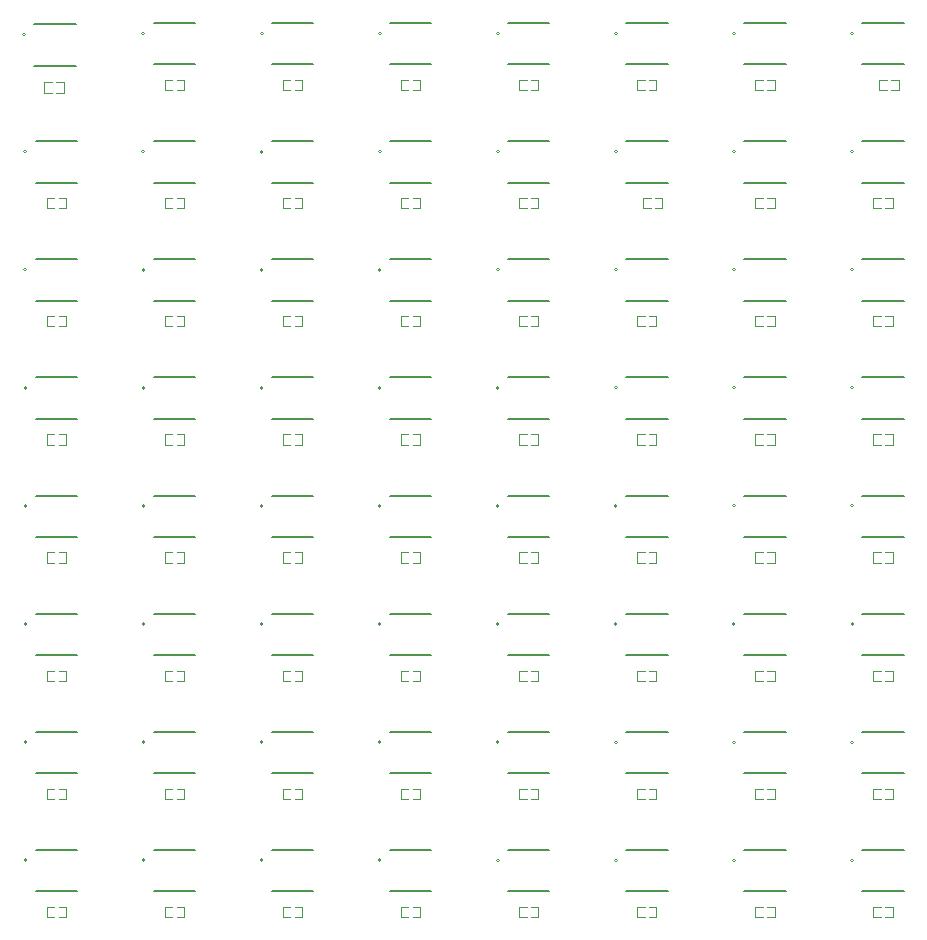
<source format=gto>
G04 ---------------------------- Layer name :TOP SILK LAYER*
G04 EasyEDA v5.8.22, Sat, 19 Jan 2019 18:17:00 GMT*
G04 b8eca77e87294b629a6419249ffa979f*
G04 Gerber Generator version 0.2*
G04 Scale: 100 percent, Rotated: No, Reflected: No *
G04 Dimensions in millimeters *
G04 leading zeros omitted , absolute positions ,3 integer and 3 decimal *
%FSLAX33Y33*%
%MOMM*%
G90*
G71D02*

%ADD17C,0.152400*%
%ADD18C,0.101600*%
%ADD19C,0.100000*%

%LPD*%
G54D17*
G01X3152Y73149D02*
G01X6652Y73149D01*
G01X3152Y76647D02*
G01X6652Y76647D01*
G01X13251Y73251D02*
G01X16748Y73251D01*
G01X13251Y76748D02*
G01X16748Y76748D01*
G01X23251Y73248D02*
G01X26751Y73248D01*
G01X23251Y76748D02*
G01X26751Y76748D01*
G01X33251Y73251D02*
G01X36748Y73251D01*
G01X33251Y76748D02*
G01X36748Y76748D01*
G01X43251Y73251D02*
G01X46748Y73251D01*
G01X43251Y76748D02*
G01X46748Y76748D01*
G01X53251Y73251D02*
G01X56748Y73251D01*
G01X53251Y76748D02*
G01X56748Y76748D01*
G01X63251Y73251D02*
G01X66748Y73251D01*
G01X63251Y76748D02*
G01X66748Y76748D01*
G01X73251Y73251D02*
G01X76748Y73251D01*
G01X73251Y76748D02*
G01X76748Y76748D01*
G01X3251Y63251D02*
G01X6748Y63251D01*
G01X3251Y66748D02*
G01X6748Y66748D01*
G01X13251Y63251D02*
G01X16748Y63251D01*
G01X13251Y66748D02*
G01X16748Y66748D01*
G01X23251Y63251D02*
G01X26748Y63251D01*
G01X23251Y66748D02*
G01X26748Y66748D01*
G01X33251Y63251D02*
G01X36748Y63251D01*
G01X33251Y66748D02*
G01X36748Y66748D01*
G01X43251Y63251D02*
G01X46748Y63251D01*
G01X43251Y66748D02*
G01X46748Y66748D01*
G01X53251Y63248D02*
G01X56751Y63248D01*
G01X53251Y66748D02*
G01X56751Y66748D01*
G01X63251Y63251D02*
G01X66748Y63251D01*
G01X63251Y66748D02*
G01X66748Y66748D01*
G01X73251Y63251D02*
G01X76748Y63251D01*
G01X73251Y66748D02*
G01X76748Y66748D01*
G01X3251Y53251D02*
G01X6748Y53251D01*
G01X3251Y56748D02*
G01X6748Y56748D01*
G01X13251Y53251D02*
G01X16748Y53251D01*
G01X13251Y56748D02*
G01X16748Y56748D01*
G01X23251Y53251D02*
G01X26748Y53251D01*
G01X23251Y56748D02*
G01X26748Y56748D01*
G01X33251Y53248D02*
G01X36751Y53248D01*
G01X33251Y56748D02*
G01X36751Y56748D01*
G01X43251Y53248D02*
G01X46751Y53248D01*
G01X43251Y56748D02*
G01X46751Y56748D01*
G01X53251Y53248D02*
G01X56751Y53248D01*
G01X53251Y56748D02*
G01X56751Y56748D01*
G01X63251Y53251D02*
G01X66748Y53251D01*
G01X63251Y56748D02*
G01X66748Y56748D01*
G01X73251Y53248D02*
G01X76751Y53248D01*
G01X73251Y56748D02*
G01X76751Y56748D01*
G01X3251Y43248D02*
G01X6751Y43248D01*
G01X3251Y46748D02*
G01X6751Y46748D01*
G01X13251Y43248D02*
G01X16751Y43248D01*
G01X13251Y46748D02*
G01X16751Y46748D01*
G01X23251Y43248D02*
G01X26751Y43248D01*
G01X23251Y46748D02*
G01X26751Y46748D01*
G01X33251Y43248D02*
G01X36751Y43248D01*
G01X33251Y46748D02*
G01X36751Y46748D01*
G01X43251Y43248D02*
G01X46751Y43248D01*
G01X43251Y46748D02*
G01X46751Y46748D01*
G01X53251Y43248D02*
G01X56751Y43248D01*
G01X53251Y46748D02*
G01X56751Y46748D01*
G01X63251Y43248D02*
G01X66751Y43248D01*
G01X63251Y46748D02*
G01X66751Y46748D01*
G01X73251Y43248D02*
G01X76751Y43248D01*
G01X73251Y46748D02*
G01X76751Y46748D01*
G01X3251Y33248D02*
G01X6751Y33248D01*
G01X3251Y36748D02*
G01X6751Y36748D01*
G01X13251Y33248D02*
G01X16751Y33248D01*
G01X13251Y36748D02*
G01X16751Y36748D01*
G01X23251Y33248D02*
G01X26751Y33248D01*
G01X23251Y36748D02*
G01X26751Y36748D01*
G01X33251Y33248D02*
G01X36751Y33248D01*
G01X33251Y36748D02*
G01X36751Y36748D01*
G01X43251Y33248D02*
G01X46751Y33248D01*
G01X43251Y36748D02*
G01X46751Y36748D01*
G01X53251Y33248D02*
G01X56751Y33248D01*
G01X53251Y36748D02*
G01X56751Y36748D01*
G01X63251Y33248D02*
G01X66751Y33248D01*
G01X63251Y36748D02*
G01X66751Y36748D01*
G01X73251Y33251D02*
G01X76748Y33251D01*
G01X73251Y36748D02*
G01X76748Y36748D01*
G01X3251Y23248D02*
G01X6751Y23248D01*
G01X3251Y26748D02*
G01X6751Y26748D01*
G01X13251Y23248D02*
G01X16751Y23248D01*
G01X13251Y26748D02*
G01X16751Y26748D01*
G01X23251Y23251D02*
G01X26748Y23251D01*
G01X23251Y26748D02*
G01X26748Y26748D01*
G01X33251Y23248D02*
G01X36751Y23248D01*
G01X33251Y26748D02*
G01X36751Y26748D01*
G01X43251Y23248D02*
G01X46751Y23248D01*
G01X43251Y26748D02*
G01X46751Y26748D01*
G01X53251Y23248D02*
G01X56751Y23248D01*
G01X53251Y26748D02*
G01X56751Y26748D01*
G01X63251Y23251D02*
G01X66748Y23251D01*
G01X63251Y26748D02*
G01X66748Y26748D01*
G01X73251Y23251D02*
G01X76748Y23251D01*
G01X73251Y26748D02*
G01X76748Y26748D01*
G01X3251Y13248D02*
G01X6751Y13248D01*
G01X3251Y16748D02*
G01X6751Y16748D01*
G01X13251Y13248D02*
G01X16751Y13248D01*
G01X13251Y16748D02*
G01X16751Y16748D01*
G01X23251Y13248D02*
G01X26751Y13248D01*
G01X23251Y16748D02*
G01X26751Y16748D01*
G01X33251Y13248D02*
G01X36751Y13248D01*
G01X33251Y16748D02*
G01X36751Y16748D01*
G01X43251Y13248D02*
G01X46751Y13248D01*
G01X43251Y16748D02*
G01X46751Y16748D01*
G01X53251Y13248D02*
G01X56751Y13248D01*
G01X53251Y16748D02*
G01X56751Y16748D01*
G01X63251Y13248D02*
G01X66751Y13248D01*
G01X63251Y16748D02*
G01X66751Y16748D01*
G01X73251Y13251D02*
G01X76748Y13251D01*
G01X73251Y16748D02*
G01X76748Y16748D01*
G01X3251Y3248D02*
G01X6751Y3248D01*
G01X3251Y6748D02*
G01X6751Y6748D01*
G01X13251Y3248D02*
G01X16751Y3248D01*
G01X13251Y6748D02*
G01X16751Y6748D01*
G01X23251Y3251D02*
G01X26748Y3251D01*
G01X23251Y6748D02*
G01X26748Y6748D01*
G01X33251Y3251D02*
G01X36748Y3251D01*
G01X33251Y6748D02*
G01X36748Y6748D01*
G01X43251Y3248D02*
G01X46751Y3248D01*
G01X43251Y6748D02*
G01X46751Y6748D01*
G01X53251Y3251D02*
G01X56748Y3251D01*
G01X53251Y6748D02*
G01X56748Y6748D01*
G01X63251Y3248D02*
G01X66751Y3248D01*
G01X63251Y6748D02*
G01X66751Y6748D01*
G01X73251Y3251D02*
G01X76748Y3251D01*
G01X73251Y6748D02*
G01X76748Y6748D01*
G54D18*
G01X4617Y71729D02*
G01X3982Y71729D01*
G01X3982Y70866D01*
G01X4516Y70866D01*
G01X4617Y70866D01*
G01X4998Y70866D02*
G01X5608Y70866D01*
G01X5608Y71729D01*
G01X5074Y71729D01*
G01X4998Y71729D01*
G01X14815Y71932D02*
G01X14180Y71932D01*
G01X14180Y71069D01*
G01X14714Y71069D01*
G01X14815Y71069D01*
G01X15196Y71069D02*
G01X15806Y71069D01*
G01X15806Y71932D01*
G01X15273Y71932D01*
G01X15196Y71932D01*
G01X24815Y71930D02*
G01X24180Y71930D01*
G01X24180Y71066D01*
G01X24714Y71066D01*
G01X24815Y71066D01*
G01X25196Y71066D02*
G01X25806Y71066D01*
G01X25806Y71930D01*
G01X25273Y71930D01*
G01X25196Y71930D01*
G01X34815Y71930D02*
G01X34180Y71930D01*
G01X34180Y71066D01*
G01X34714Y71066D01*
G01X34815Y71066D01*
G01X35196Y71066D02*
G01X35806Y71066D01*
G01X35806Y71930D01*
G01X35272Y71930D01*
G01X35196Y71930D01*
G01X44815Y71930D02*
G01X44180Y71930D01*
G01X44180Y71066D01*
G01X44714Y71066D01*
G01X44815Y71066D01*
G01X45196Y71066D02*
G01X45806Y71066D01*
G01X45806Y71930D01*
G01X45272Y71930D01*
G01X45196Y71930D01*
G01X54815Y71930D02*
G01X54180Y71930D01*
G01X54180Y71066D01*
G01X54714Y71066D01*
G01X54815Y71066D01*
G01X55196Y71066D02*
G01X55806Y71066D01*
G01X55806Y71930D01*
G01X55272Y71930D01*
G01X55196Y71930D01*
G01X64815Y71930D02*
G01X64180Y71930D01*
G01X64180Y71066D01*
G01X64714Y71066D01*
G01X64815Y71066D01*
G01X65196Y71066D02*
G01X65806Y71066D01*
G01X65806Y71930D01*
G01X65272Y71930D01*
G01X65196Y71930D01*
G01X75316Y71930D02*
G01X74681Y71930D01*
G01X74681Y71066D01*
G01X75214Y71066D01*
G01X75316Y71066D01*
G01X75697Y71066D02*
G01X76306Y71066D01*
G01X76306Y71930D01*
G01X75773Y71930D01*
G01X75697Y71930D01*
G01X4815Y61932D02*
G01X4180Y61932D01*
G01X4180Y61069D01*
G01X4714Y61069D01*
G01X4815Y61069D01*
G01X5196Y61069D02*
G01X5806Y61069D01*
G01X5806Y61932D01*
G01X5273Y61932D01*
G01X5196Y61932D01*
G01X14815Y61932D02*
G01X14180Y61932D01*
G01X14180Y61069D01*
G01X14714Y61069D01*
G01X14815Y61069D01*
G01X15196Y61069D02*
G01X15806Y61069D01*
G01X15806Y61932D01*
G01X15273Y61932D01*
G01X15196Y61932D01*
G01X24815Y61930D02*
G01X24180Y61930D01*
G01X24180Y61066D01*
G01X24714Y61066D01*
G01X24815Y61066D01*
G01X25196Y61066D02*
G01X25806Y61066D01*
G01X25806Y61930D01*
G01X25273Y61930D01*
G01X25196Y61930D01*
G01X34815Y61930D02*
G01X34180Y61930D01*
G01X34180Y61066D01*
G01X34714Y61066D01*
G01X34815Y61066D01*
G01X35196Y61066D02*
G01X35806Y61066D01*
G01X35806Y61930D01*
G01X35272Y61930D01*
G01X35196Y61930D01*
G01X44815Y61930D02*
G01X44180Y61930D01*
G01X44180Y61066D01*
G01X44714Y61066D01*
G01X44815Y61066D01*
G01X45196Y61066D02*
G01X45806Y61066D01*
G01X45806Y61930D01*
G01X45272Y61930D01*
G01X45196Y61930D01*
G01X55316Y61930D02*
G01X54681Y61930D01*
G01X54681Y61066D01*
G01X55214Y61066D01*
G01X55316Y61066D01*
G01X55697Y61066D02*
G01X56306Y61066D01*
G01X56306Y61930D01*
G01X55773Y61930D01*
G01X55697Y61930D01*
G01X64815Y61930D02*
G01X64180Y61930D01*
G01X64180Y61066D01*
G01X64714Y61066D01*
G01X64815Y61066D01*
G01X65196Y61066D02*
G01X65806Y61066D01*
G01X65806Y61930D01*
G01X65272Y61930D01*
G01X65196Y61930D01*
G01X74815Y61930D02*
G01X74180Y61930D01*
G01X74180Y61066D01*
G01X74714Y61066D01*
G01X74815Y61066D01*
G01X75196Y61066D02*
G01X75806Y61066D01*
G01X75806Y61930D01*
G01X75272Y61930D01*
G01X75196Y61930D01*
G01X4815Y51930D02*
G01X4180Y51930D01*
G01X4180Y51066D01*
G01X4714Y51066D01*
G01X4815Y51066D01*
G01X5196Y51066D02*
G01X5806Y51066D01*
G01X5806Y51930D01*
G01X5273Y51930D01*
G01X5196Y51930D01*
G01X14815Y51930D02*
G01X14180Y51930D01*
G01X14180Y51066D01*
G01X14714Y51066D01*
G01X14815Y51066D01*
G01X15196Y51066D02*
G01X15806Y51066D01*
G01X15806Y51930D01*
G01X15273Y51930D01*
G01X15196Y51930D01*
G01X24815Y51930D02*
G01X24180Y51930D01*
G01X24180Y51066D01*
G01X24714Y51066D01*
G01X24815Y51066D01*
G01X25196Y51066D02*
G01X25806Y51066D01*
G01X25806Y51930D01*
G01X25273Y51930D01*
G01X25196Y51930D01*
G01X34815Y51930D02*
G01X34180Y51930D01*
G01X34180Y51066D01*
G01X34714Y51066D01*
G01X34815Y51066D01*
G01X35196Y51066D02*
G01X35806Y51066D01*
G01X35806Y51930D01*
G01X35272Y51930D01*
G01X35196Y51930D01*
G01X44815Y51930D02*
G01X44180Y51930D01*
G01X44180Y51066D01*
G01X44714Y51066D01*
G01X44815Y51066D01*
G01X45196Y51066D02*
G01X45806Y51066D01*
G01X45806Y51930D01*
G01X45272Y51930D01*
G01X45196Y51930D01*
G01X54815Y51932D02*
G01X54180Y51932D01*
G01X54180Y51069D01*
G01X54714Y51069D01*
G01X54815Y51069D01*
G01X55196Y51069D02*
G01X55806Y51069D01*
G01X55806Y51932D01*
G01X55272Y51932D01*
G01X55196Y51932D01*
G01X64815Y51930D02*
G01X64180Y51930D01*
G01X64180Y51066D01*
G01X64714Y51066D01*
G01X64815Y51066D01*
G01X65196Y51066D02*
G01X65806Y51066D01*
G01X65806Y51930D01*
G01X65272Y51930D01*
G01X65196Y51930D01*
G01X74815Y51930D02*
G01X74180Y51930D01*
G01X74180Y51066D01*
G01X74714Y51066D01*
G01X74815Y51066D01*
G01X75196Y51066D02*
G01X75806Y51066D01*
G01X75806Y51930D01*
G01X75272Y51930D01*
G01X75196Y51930D01*
G01X4815Y41930D02*
G01X4180Y41930D01*
G01X4180Y41066D01*
G01X4714Y41066D01*
G01X4815Y41066D01*
G01X5196Y41066D02*
G01X5806Y41066D01*
G01X5806Y41930D01*
G01X5273Y41930D01*
G01X5196Y41930D01*
G01X14815Y41930D02*
G01X14180Y41930D01*
G01X14180Y41066D01*
G01X14714Y41066D01*
G01X14815Y41066D01*
G01X15196Y41066D02*
G01X15806Y41066D01*
G01X15806Y41930D01*
G01X15273Y41930D01*
G01X15196Y41930D01*
G01X24815Y41930D02*
G01X24180Y41930D01*
G01X24180Y41066D01*
G01X24714Y41066D01*
G01X24815Y41066D01*
G01X25196Y41066D02*
G01X25806Y41066D01*
G01X25806Y41930D01*
G01X25273Y41930D01*
G01X25196Y41930D01*
G01X34815Y41930D02*
G01X34180Y41930D01*
G01X34180Y41066D01*
G01X34714Y41066D01*
G01X34815Y41066D01*
G01X35196Y41066D02*
G01X35806Y41066D01*
G01X35806Y41930D01*
G01X35272Y41930D01*
G01X35196Y41930D01*
G01X44815Y41930D02*
G01X44180Y41930D01*
G01X44180Y41066D01*
G01X44714Y41066D01*
G01X44815Y41066D01*
G01X45196Y41066D02*
G01X45806Y41066D01*
G01X45806Y41930D01*
G01X45272Y41930D01*
G01X45196Y41930D01*
G01X54815Y41930D02*
G01X54180Y41930D01*
G01X54180Y41066D01*
G01X54714Y41066D01*
G01X54815Y41066D01*
G01X55196Y41066D02*
G01X55806Y41066D01*
G01X55806Y41930D01*
G01X55272Y41930D01*
G01X55196Y41930D01*
G01X64815Y41930D02*
G01X64180Y41930D01*
G01X64180Y41066D01*
G01X64714Y41066D01*
G01X64815Y41066D01*
G01X65196Y41066D02*
G01X65806Y41066D01*
G01X65806Y41930D01*
G01X65272Y41930D01*
G01X65196Y41930D01*
G01X74815Y41930D02*
G01X74180Y41930D01*
G01X74180Y41066D01*
G01X74714Y41066D01*
G01X74815Y41066D01*
G01X75196Y41066D02*
G01X75806Y41066D01*
G01X75806Y41930D01*
G01X75272Y41930D01*
G01X75196Y41930D01*
G01X4815Y31930D02*
G01X4180Y31930D01*
G01X4180Y31066D01*
G01X4714Y31066D01*
G01X4815Y31066D01*
G01X5196Y31066D02*
G01X5806Y31066D01*
G01X5806Y31930D01*
G01X5273Y31930D01*
G01X5196Y31930D01*
G01X14815Y31930D02*
G01X14180Y31930D01*
G01X14180Y31066D01*
G01X14714Y31066D01*
G01X14815Y31066D01*
G01X15196Y31066D02*
G01X15806Y31066D01*
G01X15806Y31930D01*
G01X15273Y31930D01*
G01X15196Y31930D01*
G01X24815Y31930D02*
G01X24180Y31930D01*
G01X24180Y31066D01*
G01X24714Y31066D01*
G01X24815Y31066D01*
G01X25196Y31066D02*
G01X25806Y31066D01*
G01X25806Y31930D01*
G01X25273Y31930D01*
G01X25196Y31930D01*
G01X34815Y31930D02*
G01X34180Y31930D01*
G01X34180Y31066D01*
G01X34714Y31066D01*
G01X34815Y31066D01*
G01X35196Y31066D02*
G01X35806Y31066D01*
G01X35806Y31930D01*
G01X35272Y31930D01*
G01X35196Y31930D01*
G01X44815Y31930D02*
G01X44180Y31930D01*
G01X44180Y31066D01*
G01X44714Y31066D01*
G01X44815Y31066D01*
G01X45196Y31066D02*
G01X45806Y31066D01*
G01X45806Y31930D01*
G01X45272Y31930D01*
G01X45196Y31930D01*
G01X54815Y31932D02*
G01X54180Y31932D01*
G01X54180Y31069D01*
G01X54714Y31069D01*
G01X54815Y31069D01*
G01X55196Y31069D02*
G01X55806Y31069D01*
G01X55806Y31932D01*
G01X55272Y31932D01*
G01X55196Y31932D01*
G01X64815Y31930D02*
G01X64180Y31930D01*
G01X64180Y31066D01*
G01X64714Y31066D01*
G01X64815Y31066D01*
G01X65196Y31066D02*
G01X65806Y31066D01*
G01X65806Y31930D01*
G01X65272Y31930D01*
G01X65196Y31930D01*
G01X74815Y31930D02*
G01X74180Y31930D01*
G01X74180Y31066D01*
G01X74714Y31066D01*
G01X74815Y31066D01*
G01X75196Y31066D02*
G01X75806Y31066D01*
G01X75806Y31930D01*
G01X75272Y31930D01*
G01X75196Y31930D01*
G01X4815Y21930D02*
G01X4180Y21930D01*
G01X4180Y21066D01*
G01X4714Y21066D01*
G01X4815Y21066D01*
G01X5196Y21066D02*
G01X5806Y21066D01*
G01X5806Y21930D01*
G01X5273Y21930D01*
G01X5196Y21930D01*
G01X14815Y21930D02*
G01X14180Y21930D01*
G01X14180Y21066D01*
G01X14714Y21066D01*
G01X14815Y21066D01*
G01X15196Y21066D02*
G01X15806Y21066D01*
G01X15806Y21930D01*
G01X15273Y21930D01*
G01X15196Y21930D01*
G01X24815Y21930D02*
G01X24180Y21930D01*
G01X24180Y21066D01*
G01X24714Y21066D01*
G01X24815Y21066D01*
G01X25196Y21066D02*
G01X25806Y21066D01*
G01X25806Y21930D01*
G01X25273Y21930D01*
G01X25196Y21930D01*
G01X34815Y21930D02*
G01X34180Y21930D01*
G01X34180Y21066D01*
G01X34714Y21066D01*
G01X34815Y21066D01*
G01X35196Y21066D02*
G01X35806Y21066D01*
G01X35806Y21930D01*
G01X35272Y21930D01*
G01X35196Y21930D01*
G01X44815Y21930D02*
G01X44180Y21930D01*
G01X44180Y21066D01*
G01X44714Y21066D01*
G01X44815Y21066D01*
G01X45196Y21066D02*
G01X45806Y21066D01*
G01X45806Y21930D01*
G01X45272Y21930D01*
G01X45196Y21930D01*
G01X54815Y21930D02*
G01X54180Y21930D01*
G01X54180Y21066D01*
G01X54714Y21066D01*
G01X54815Y21066D01*
G01X55196Y21066D02*
G01X55806Y21066D01*
G01X55806Y21930D01*
G01X55272Y21930D01*
G01X55196Y21930D01*
G01X64815Y21930D02*
G01X64180Y21930D01*
G01X64180Y21066D01*
G01X64714Y21066D01*
G01X64815Y21066D01*
G01X65196Y21066D02*
G01X65806Y21066D01*
G01X65806Y21930D01*
G01X65272Y21930D01*
G01X65196Y21930D01*
G01X74815Y21930D02*
G01X74180Y21930D01*
G01X74180Y21066D01*
G01X74714Y21066D01*
G01X74815Y21066D01*
G01X75196Y21066D02*
G01X75806Y21066D01*
G01X75806Y21930D01*
G01X75272Y21930D01*
G01X75196Y21930D01*
G01X4815Y11930D02*
G01X4180Y11930D01*
G01X4180Y11066D01*
G01X4714Y11066D01*
G01X4815Y11066D01*
G01X5196Y11066D02*
G01X5806Y11066D01*
G01X5806Y11930D01*
G01X5273Y11930D01*
G01X5196Y11930D01*
G01X14815Y11930D02*
G01X14180Y11930D01*
G01X14180Y11066D01*
G01X14714Y11066D01*
G01X14815Y11066D01*
G01X15196Y11066D02*
G01X15806Y11066D01*
G01X15806Y11930D01*
G01X15273Y11930D01*
G01X15196Y11930D01*
G01X24815Y11930D02*
G01X24180Y11930D01*
G01X24180Y11066D01*
G01X24714Y11066D01*
G01X24815Y11066D01*
G01X25196Y11066D02*
G01X25806Y11066D01*
G01X25806Y11930D01*
G01X25273Y11930D01*
G01X25196Y11930D01*
G01X34815Y11930D02*
G01X34180Y11930D01*
G01X34180Y11066D01*
G01X34714Y11066D01*
G01X34815Y11066D01*
G01X35196Y11066D02*
G01X35806Y11066D01*
G01X35806Y11930D01*
G01X35272Y11930D01*
G01X35196Y11930D01*
G01X44815Y11930D02*
G01X44180Y11930D01*
G01X44180Y11066D01*
G01X44714Y11066D01*
G01X44815Y11066D01*
G01X45196Y11066D02*
G01X45806Y11066D01*
G01X45806Y11930D01*
G01X45272Y11930D01*
G01X45196Y11930D01*
G01X54815Y11930D02*
G01X54180Y11930D01*
G01X54180Y11066D01*
G01X54714Y11066D01*
G01X54815Y11066D01*
G01X55196Y11066D02*
G01X55806Y11066D01*
G01X55806Y11930D01*
G01X55272Y11930D01*
G01X55196Y11930D01*
G01X64815Y11930D02*
G01X64180Y11930D01*
G01X64180Y11066D01*
G01X64714Y11066D01*
G01X64815Y11066D01*
G01X65196Y11066D02*
G01X65806Y11066D01*
G01X65806Y11930D01*
G01X65272Y11930D01*
G01X65196Y11930D01*
G01X74815Y11930D02*
G01X74180Y11930D01*
G01X74180Y11066D01*
G01X74714Y11066D01*
G01X74815Y11066D01*
G01X75196Y11066D02*
G01X75806Y11066D01*
G01X75806Y11930D01*
G01X75272Y11930D01*
G01X75196Y11930D01*
G01X4815Y1930D02*
G01X4180Y1930D01*
G01X4180Y1066D01*
G01X4714Y1066D01*
G01X4815Y1066D01*
G01X5196Y1066D02*
G01X5806Y1066D01*
G01X5806Y1930D01*
G01X5273Y1930D01*
G01X5196Y1930D01*
G01X14815Y1930D02*
G01X14180Y1930D01*
G01X14180Y1066D01*
G01X14714Y1066D01*
G01X14815Y1066D01*
G01X15196Y1066D02*
G01X15806Y1066D01*
G01X15806Y1930D01*
G01X15273Y1930D01*
G01X15196Y1930D01*
G01X24815Y1930D02*
G01X24180Y1930D01*
G01X24180Y1066D01*
G01X24714Y1066D01*
G01X24815Y1066D01*
G01X25196Y1066D02*
G01X25806Y1066D01*
G01X25806Y1930D01*
G01X25273Y1930D01*
G01X25196Y1930D01*
G01X34815Y1930D02*
G01X34180Y1930D01*
G01X34180Y1066D01*
G01X34714Y1066D01*
G01X34815Y1066D01*
G01X35196Y1066D02*
G01X35806Y1066D01*
G01X35806Y1930D01*
G01X35272Y1930D01*
G01X35196Y1930D01*
G01X44815Y1930D02*
G01X44180Y1930D01*
G01X44180Y1066D01*
G01X44714Y1066D01*
G01X44815Y1066D01*
G01X45196Y1066D02*
G01X45806Y1066D01*
G01X45806Y1930D01*
G01X45272Y1930D01*
G01X45196Y1930D01*
G01X54815Y1930D02*
G01X54180Y1930D01*
G01X54180Y1066D01*
G01X54714Y1066D01*
G01X54815Y1066D01*
G01X55196Y1066D02*
G01X55806Y1066D01*
G01X55806Y1930D01*
G01X55272Y1930D01*
G01X55196Y1930D01*
G01X64815Y1930D02*
G01X64180Y1930D01*
G01X64180Y1066D01*
G01X64714Y1066D01*
G01X64815Y1066D01*
G01X65196Y1066D02*
G01X65806Y1066D01*
G01X65806Y1930D01*
G01X65272Y1930D01*
G01X65196Y1930D01*
G01X74815Y1930D02*
G01X74180Y1930D01*
G01X74180Y1066D01*
G01X74714Y1066D01*
G01X74815Y1066D01*
G01X75196Y1066D02*
G01X75806Y1066D01*
G01X75806Y1930D01*
G01X75272Y1930D01*
G01X75196Y1930D01*
G54D19*
G75*
G01X2404Y75773D02*
G03X2404Y75773I-127J0D01*
G01*
G75*
G01X12502Y75875D02*
G03X12502Y75875I-127J0D01*
G01*
G75*
G01X22504Y75873D02*
G03X22504Y75873I-127J0D01*
G01*
G75*
G01X32502Y75875D02*
G03X32502Y75875I-127J0D01*
G01*
G75*
G01X42502Y75875D02*
G03X42502Y75875I-127J0D01*
G01*
G75*
G01X52502Y75875D02*
G03X52502Y75875I-127J0D01*
G01*
G75*
G01X62502Y75875D02*
G03X62502Y75875I-127J0D01*
G01*
G75*
G01X72502Y75875D02*
G03X72502Y75875I-127J0D01*
G01*
G75*
G01X2502Y65875D02*
G03X2502Y65875I-127J0D01*
G01*
G75*
G01X12502Y65875D02*
G03X12502Y65875I-127J0D01*
G01*
G75*
G01X22502Y65875D02*
G03X22502Y65875I-127J0D01*
G01*
G75*
G01X32502Y65875D02*
G03X32502Y65875I-127J0D01*
G01*
G75*
G01X42502Y65875D02*
G03X42502Y65875I-127J0D01*
G01*
G75*
G01X52504Y65873D02*
G03X52504Y65873I-127J0D01*
G01*
G75*
G01X62502Y65875D02*
G03X62502Y65875I-127J0D01*
G01*
G75*
G01X72502Y65875D02*
G03X72502Y65875I-127J0D01*
G01*
G75*
G01X2502Y55875D02*
G03X2502Y55875I-127J0D01*
G01*
G75*
G01X12502Y55875D02*
G03X12502Y55875I-127J0D01*
G01*
G75*
G01X22502Y55875D02*
G03X22502Y55875I-127J0D01*
G01*
G75*
G01X32504Y55873D02*
G03X32504Y55873I-127J0D01*
G01*
G75*
G01X42504Y55873D02*
G03X42504Y55873I-127J0D01*
G01*
G75*
G01X52504Y55873D02*
G03X52504Y55873I-127J0D01*
G01*
G75*
G01X62502Y55875D02*
G03X62502Y55875I-127J0D01*
G01*
G75*
G01X72504Y55873D02*
G03X72504Y55873I-127J0D01*
G01*
G75*
G01X2504Y45873D02*
G03X2504Y45873I-127J0D01*
G01*
G75*
G01X12504Y45873D02*
G03X12504Y45873I-127J0D01*
G01*
G75*
G01X22504Y45873D02*
G03X22504Y45873I-127J0D01*
G01*
G75*
G01X32504Y45873D02*
G03X32504Y45873I-127J0D01*
G01*
G75*
G01X42504Y45873D02*
G03X42504Y45873I-127J0D01*
G01*
G75*
G01X52504Y45873D02*
G03X52504Y45873I-127J0D01*
G01*
G75*
G01X62504Y45873D02*
G03X62504Y45873I-127J0D01*
G01*
G75*
G01X72504Y45873D02*
G03X72504Y45873I-127J0D01*
G01*
G75*
G01X2504Y35873D02*
G03X2504Y35873I-127J0D01*
G01*
G75*
G01X12504Y35873D02*
G03X12504Y35873I-127J0D01*
G01*
G75*
G01X22504Y35873D02*
G03X22504Y35873I-127J0D01*
G01*
G75*
G01X32504Y35873D02*
G03X32504Y35873I-127J0D01*
G01*
G75*
G01X42504Y35873D02*
G03X42504Y35873I-127J0D01*
G01*
G75*
G01X52504Y35873D02*
G03X52504Y35873I-127J0D01*
G01*
G75*
G01X62504Y35873D02*
G03X62504Y35873I-127J0D01*
G01*
G75*
G01X72502Y35875D02*
G03X72502Y35875I-127J0D01*
G01*
G75*
G01X2504Y25873D02*
G03X2504Y25873I-127J0D01*
G01*
G75*
G01X12504Y25873D02*
G03X12504Y25873I-127J0D01*
G01*
G75*
G01X22502Y25875D02*
G03X22502Y25875I-127J0D01*
G01*
G75*
G01X32504Y25873D02*
G03X32504Y25873I-127J0D01*
G01*
G75*
G01X42504Y25873D02*
G03X42504Y25873I-127J0D01*
G01*
G75*
G01X52504Y25873D02*
G03X52504Y25873I-127J0D01*
G01*
G75*
G01X62502Y25875D02*
G03X62502Y25875I-127J0D01*
G01*
G75*
G01X72502Y25875D02*
G03X72502Y25875I-127J0D01*
G01*
G75*
G01X2504Y15873D02*
G03X2504Y15873I-127J0D01*
G01*
G75*
G01X12504Y15873D02*
G03X12504Y15873I-127J0D01*
G01*
G75*
G01X22504Y15873D02*
G03X22504Y15873I-127J0D01*
G01*
G75*
G01X32504Y15873D02*
G03X32504Y15873I-127J0D01*
G01*
G75*
G01X42504Y15873D02*
G03X42504Y15873I-127J0D01*
G01*
G75*
G01X52504Y15873D02*
G03X52504Y15873I-127J0D01*
G01*
G75*
G01X62504Y15873D02*
G03X62504Y15873I-127J0D01*
G01*
G75*
G01X72502Y15875D02*
G03X72502Y15875I-127J0D01*
G01*
G75*
G01X2504Y5873D02*
G03X2504Y5873I-127J0D01*
G01*
G75*
G01X12504Y5873D02*
G03X12504Y5873I-127J0D01*
G01*
G75*
G01X22502Y5875D02*
G03X22502Y5875I-127J0D01*
G01*
G75*
G01X32502Y5875D02*
G03X32502Y5875I-127J0D01*
G01*
G75*
G01X42504Y5873D02*
G03X42504Y5873I-127J0D01*
G01*
G75*
G01X52502Y5875D02*
G03X52502Y5875I-127J0D01*
G01*
G75*
G01X62504Y5873D02*
G03X62504Y5873I-127J0D01*
G01*
G75*
G01X72502Y5875D02*
G03X72502Y5875I-127J0D01*
G01*
M00*
M02*

</source>
